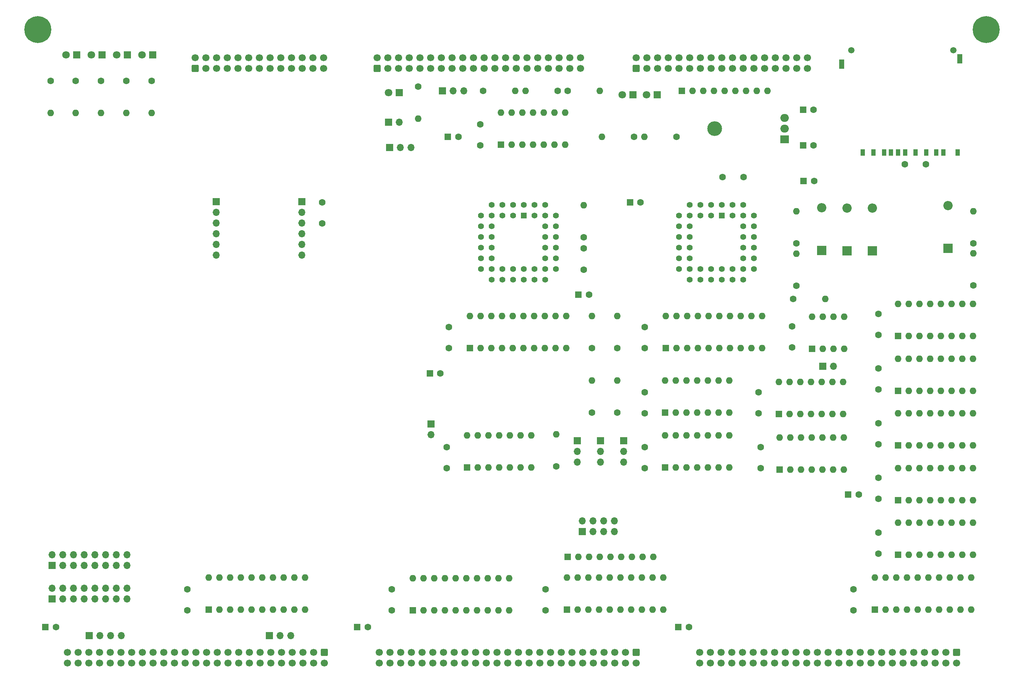
<source format=gbr>
%TF.GenerationSoftware,KiCad,Pcbnew,(6.0.11)*%
%TF.CreationDate,2024-01-14T21:34:06-05:00*%
%TF.ProjectId,input-output.Disk,696e7075-742d-46f7-9574-7075742e4469,rev?*%
%TF.SameCoordinates,Original*%
%TF.FileFunction,Soldermask,Top*%
%TF.FilePolarity,Negative*%
%FSLAX46Y46*%
G04 Gerber Fmt 4.6, Leading zero omitted, Abs format (unit mm)*
G04 Created by KiCad (PCBNEW (6.0.11)) date 2024-01-14 21:34:06*
%MOMM*%
%LPD*%
G01*
G04 APERTURE LIST*
G04 Aperture macros list*
%AMRoundRect*
0 Rectangle with rounded corners*
0 $1 Rounding radius*
0 $2 $3 $4 $5 $6 $7 $8 $9 X,Y pos of 4 corners*
0 Add a 4 corners polygon primitive as box body*
4,1,4,$2,$3,$4,$5,$6,$7,$8,$9,$2,$3,0*
0 Add four circle primitives for the rounded corners*
1,1,$1+$1,$2,$3*
1,1,$1+$1,$4,$5*
1,1,$1+$1,$6,$7*
1,1,$1+$1,$8,$9*
0 Add four rect primitives between the rounded corners*
20,1,$1+$1,$2,$3,$4,$5,0*
20,1,$1+$1,$4,$5,$6,$7,0*
20,1,$1+$1,$6,$7,$8,$9,0*
20,1,$1+$1,$8,$9,$2,$3,0*%
G04 Aperture macros list end*
%ADD10O,2.200000X2.200000*%
%ADD11R,2.200000X2.200000*%
%ADD12C,6.400000*%
%ADD13RoundRect,0.250000X-0.600000X0.600000X-0.600000X-0.600000X0.600000X-0.600000X0.600000X0.600000X0*%
%ADD14C,1.700000*%
%ADD15R,1.600000X1.600000*%
%ADD16O,1.600000X1.600000*%
%ADD17R,1.422400X1.422400*%
%ADD18C,1.422400*%
%ADD19O,3.500000X3.500000*%
%ADD20R,2.000000X1.905000*%
%ADD21O,2.000000X1.905000*%
%ADD22C,1.600000*%
%ADD23R,1.800000X1.800000*%
%ADD24C,1.800000*%
%ADD25C,1.500000*%
%ADD26R,1.000000X1.500000*%
%ADD27R,1.200000X2.200000*%
%ADD28R,1.700000X1.700000*%
%ADD29O,1.700000X1.700000*%
%ADD30RoundRect,0.250000X0.600000X-0.600000X0.600000X0.600000X-0.600000X0.600000X-0.600000X-0.600000X0*%
G04 APERTURE END LIST*
D10*
%TO.C,D10*%
X226000000Y-117340000D03*
D11*
X226000000Y-127500000D03*
%TD*%
%TO.C,D11*%
X232000000Y-127580000D03*
D10*
X232000000Y-117420000D03*
%TD*%
D11*
%TO.C,D9*%
X238000000Y-127580000D03*
D10*
X238000000Y-117420000D03*
%TD*%
D11*
%TO.C,D8*%
X256000000Y-127000000D03*
D10*
X256000000Y-116840000D03*
%TD*%
D12*
%TO.C,H2*%
X265000000Y-75000000D03*
%TD*%
%TO.C,H1*%
X40000000Y-75000000D03*
%TD*%
D13*
%TO.C,P2*%
X182000000Y-223000000D03*
D14*
X182000000Y-225540000D03*
X179460000Y-223000000D03*
X179460000Y-225540000D03*
X176920000Y-223000000D03*
X176920000Y-225540000D03*
X174380000Y-223000000D03*
X174380000Y-225540000D03*
X171840000Y-223000000D03*
X171840000Y-225540000D03*
X169300000Y-223000000D03*
X169300000Y-225540000D03*
X166760000Y-223000000D03*
X166760000Y-225540000D03*
X164220000Y-223000000D03*
X164220000Y-225540000D03*
X161680000Y-223000000D03*
X161680000Y-225540000D03*
X159140000Y-223000000D03*
X159140000Y-225540000D03*
X156600000Y-223000000D03*
X156600000Y-225540000D03*
X154060000Y-223000000D03*
X154060000Y-225540000D03*
X151520000Y-223000000D03*
X151520000Y-225540000D03*
X148980000Y-223000000D03*
X148980000Y-225540000D03*
X146440000Y-223000000D03*
X146440000Y-225540000D03*
X143900000Y-223000000D03*
X143900000Y-225540000D03*
X141360000Y-223000000D03*
X141360000Y-225540000D03*
X138820000Y-223000000D03*
X138820000Y-225540000D03*
X136280000Y-223000000D03*
X136280000Y-225540000D03*
X133740000Y-223000000D03*
X133740000Y-225540000D03*
X131200000Y-223000000D03*
X131200000Y-225540000D03*
X128660000Y-223000000D03*
X128660000Y-225540000D03*
X126120000Y-223000000D03*
X126120000Y-225540000D03*
X123580000Y-223000000D03*
X123580000Y-225540000D03*
X121040000Y-223000000D03*
X121040000Y-225540000D03*
%TD*%
D13*
%TO.C,P3*%
X258000000Y-223000000D03*
D14*
X258000000Y-225540000D03*
X255460000Y-223000000D03*
X255460000Y-225540000D03*
X252920000Y-223000000D03*
X252920000Y-225540000D03*
X250380000Y-223000000D03*
X250380000Y-225540000D03*
X247840000Y-223000000D03*
X247840000Y-225540000D03*
X245300000Y-223000000D03*
X245300000Y-225540000D03*
X242760000Y-223000000D03*
X242760000Y-225540000D03*
X240220000Y-223000000D03*
X240220000Y-225540000D03*
X237680000Y-223000000D03*
X237680000Y-225540000D03*
X235140000Y-223000000D03*
X235140000Y-225540000D03*
X232600000Y-223000000D03*
X232600000Y-225540000D03*
X230060000Y-223000000D03*
X230060000Y-225540000D03*
X227520000Y-223000000D03*
X227520000Y-225540000D03*
X224980000Y-223000000D03*
X224980000Y-225540000D03*
X222440000Y-223000000D03*
X222440000Y-225540000D03*
X219900000Y-223000000D03*
X219900000Y-225540000D03*
X217360000Y-223000000D03*
X217360000Y-225540000D03*
X214820000Y-223000000D03*
X214820000Y-225540000D03*
X212280000Y-223000000D03*
X212280000Y-225540000D03*
X209740000Y-223000000D03*
X209740000Y-225540000D03*
X207200000Y-223000000D03*
X207200000Y-225540000D03*
X204660000Y-223000000D03*
X204660000Y-225540000D03*
X202120000Y-223000000D03*
X202120000Y-225540000D03*
X199580000Y-223000000D03*
X199580000Y-225540000D03*
X197040000Y-223000000D03*
X197040000Y-225540000D03*
%TD*%
D13*
%TO.C,P1*%
X108000000Y-223000000D03*
D14*
X108000000Y-225540000D03*
X105460000Y-223000000D03*
X105460000Y-225540000D03*
X102920000Y-223000000D03*
X102920000Y-225540000D03*
X100380000Y-223000000D03*
X100380000Y-225540000D03*
X97840000Y-223000000D03*
X97840000Y-225540000D03*
X95300000Y-223000000D03*
X95300000Y-225540000D03*
X92760000Y-223000000D03*
X92760000Y-225540000D03*
X90220000Y-223000000D03*
X90220000Y-225540000D03*
X87680000Y-223000000D03*
X87680000Y-225540000D03*
X85140000Y-223000000D03*
X85140000Y-225540000D03*
X82600000Y-223000000D03*
X82600000Y-225540000D03*
X80060000Y-223000000D03*
X80060000Y-225540000D03*
X77520000Y-223000000D03*
X77520000Y-225540000D03*
X74980000Y-223000000D03*
X74980000Y-225540000D03*
X72440000Y-223000000D03*
X72440000Y-225540000D03*
X69900000Y-223000000D03*
X69900000Y-225540000D03*
X67360000Y-223000000D03*
X67360000Y-225540000D03*
X64820000Y-223000000D03*
X64820000Y-225540000D03*
X62280000Y-223000000D03*
X62280000Y-225540000D03*
X59740000Y-223000000D03*
X59740000Y-225540000D03*
X57200000Y-223000000D03*
X57200000Y-225540000D03*
X54660000Y-223000000D03*
X54660000Y-225540000D03*
X52120000Y-223000000D03*
X52120000Y-225540000D03*
X49580000Y-223000000D03*
X49580000Y-225540000D03*
X47040000Y-223000000D03*
X47040000Y-225540000D03*
%TD*%
D15*
%TO.C,RP1*%
X192825000Y-89500000D03*
D16*
X195365000Y-89500000D03*
X197905000Y-89500000D03*
X200445000Y-89500000D03*
X202985000Y-89500000D03*
X205525000Y-89500000D03*
X208065000Y-89500000D03*
X210605000Y-89500000D03*
X213145000Y-89500000D03*
%TD*%
D17*
%TO.C,U8*%
X202270000Y-119150000D03*
D18*
X199730000Y-116610000D03*
X199730000Y-119150000D03*
X197190000Y-116610000D03*
X197190000Y-119150000D03*
X194650000Y-116610000D03*
X192110000Y-119150000D03*
X194650000Y-119150000D03*
X192110000Y-121690000D03*
X194650000Y-121690000D03*
X192110000Y-124230000D03*
X194650000Y-124230000D03*
X192110000Y-126770000D03*
X194650000Y-126770000D03*
X192110000Y-129310000D03*
X194650000Y-129310000D03*
X192110000Y-131850000D03*
X194650000Y-134390000D03*
X194650000Y-131850000D03*
X197190000Y-134390000D03*
X197190000Y-131850000D03*
X199730000Y-134390000D03*
X199730000Y-131850000D03*
X202270000Y-134390000D03*
X202270000Y-131850000D03*
X204810000Y-134390000D03*
X204810000Y-131850000D03*
X207350000Y-134390000D03*
X209890000Y-131850000D03*
X207350000Y-131850000D03*
X209890000Y-129310000D03*
X207350000Y-129310000D03*
X209890000Y-126770000D03*
X207350000Y-126770000D03*
X209890000Y-124230000D03*
X207350000Y-124230000D03*
X209890000Y-121690000D03*
X207350000Y-121690000D03*
X209890000Y-119150000D03*
X207350000Y-116610000D03*
X207350000Y-119150000D03*
X204810000Y-116610000D03*
X204810000Y-119150000D03*
X202270000Y-116610000D03*
%TD*%
D15*
%TO.C,U25*%
X244125000Y-173800000D03*
D16*
X246665000Y-173800000D03*
X249205000Y-173800000D03*
X251745000Y-173800000D03*
X254285000Y-173800000D03*
X256825000Y-173800000D03*
X259365000Y-173800000D03*
X261905000Y-173800000D03*
X261905000Y-166180000D03*
X259365000Y-166180000D03*
X256825000Y-166180000D03*
X254285000Y-166180000D03*
X251745000Y-166180000D03*
X249205000Y-166180000D03*
X246665000Y-166180000D03*
X244125000Y-166180000D03*
%TD*%
D19*
%TO.C,U20*%
X200570000Y-98500000D03*
D20*
X217230000Y-101040000D03*
D21*
X217230000Y-98500000D03*
X217230000Y-95960000D03*
%TD*%
D22*
%TO.C,R6*%
X145690000Y-89500000D03*
D16*
X153310000Y-89500000D03*
%TD*%
D15*
%TO.C,C22*%
X115794900Y-217000000D03*
D22*
X118294900Y-217000000D03*
%TD*%
%TO.C,C10*%
X137500000Y-145690000D03*
X137500000Y-150690000D03*
%TD*%
D23*
%TO.C,D1*%
X49250000Y-80950000D03*
D24*
X46710000Y-80950000D03*
%TD*%
D25*
%TO.C,J12*%
X233050000Y-79850000D03*
X257250000Y-79850000D03*
D26*
X238280000Y-104150000D03*
X240780000Y-104150000D03*
X244080000Y-104150000D03*
X245780000Y-104150000D03*
X248280000Y-104150000D03*
X250780000Y-104150000D03*
X253200000Y-104150000D03*
X254900000Y-104150000D03*
X235780000Y-104150000D03*
X242430000Y-104150000D03*
X258250000Y-104150000D03*
D27*
X230750000Y-83150000D03*
X258750000Y-81950000D03*
%TD*%
D22*
%TO.C,C14*%
X160500000Y-208000000D03*
X160500000Y-213000000D03*
%TD*%
%TO.C,R29*%
X220000000Y-135810000D03*
D16*
X220000000Y-128190000D03*
%TD*%
D23*
%TO.C,D4*%
X55250000Y-80950000D03*
D24*
X52710000Y-80950000D03*
%TD*%
D15*
%TO.C,C20*%
X192000000Y-217000000D03*
D22*
X194500000Y-217000000D03*
%TD*%
D28*
%TO.C,U31*%
X82340000Y-115900000D03*
D29*
X82340000Y-118440000D03*
X82340000Y-120980000D03*
X82340000Y-123520000D03*
X82340000Y-126060000D03*
X82340000Y-128600000D03*
D28*
X102660000Y-115880000D03*
D29*
X102660000Y-118420000D03*
X102660000Y-120960000D03*
X102660000Y-123500000D03*
X102660000Y-126040000D03*
X102660000Y-128580000D03*
%TD*%
D22*
%TO.C,C7*%
X239500000Y-168500000D03*
X239500000Y-173500000D03*
%TD*%
D15*
%TO.C,C27*%
X137294900Y-100500000D03*
D22*
X139794900Y-100500000D03*
%TD*%
D28*
%TO.C,P7*%
X179000000Y-172665000D03*
D29*
X179000000Y-175205000D03*
X179000000Y-177745000D03*
%TD*%
D23*
%TO.C,D2*%
X125750000Y-90000000D03*
D24*
X123210000Y-90000000D03*
%TD*%
D15*
%TO.C,U21*%
X165575000Y-212800000D03*
D16*
X168115000Y-212800000D03*
X170655000Y-212800000D03*
X173195000Y-212800000D03*
X175735000Y-212800000D03*
X178275000Y-212800000D03*
X180815000Y-212800000D03*
X183355000Y-212800000D03*
X185895000Y-212800000D03*
X188435000Y-212800000D03*
X188435000Y-205180000D03*
X185895000Y-205180000D03*
X183355000Y-205180000D03*
X180815000Y-205180000D03*
X178275000Y-205180000D03*
X175735000Y-205180000D03*
X173195000Y-205180000D03*
X170655000Y-205180000D03*
X168115000Y-205180000D03*
X165575000Y-205180000D03*
%TD*%
D22*
%TO.C,R47*%
X163000000Y-178810000D03*
D16*
X163000000Y-171190000D03*
%TD*%
D22*
%TO.C,C18*%
X239500000Y-194500000D03*
X239500000Y-199500000D03*
%TD*%
%TO.C,C9*%
X211500000Y-174190000D03*
X211500000Y-179190000D03*
%TD*%
%TO.C,C15*%
X145000000Y-97500000D03*
X145000000Y-102500000D03*
%TD*%
D23*
%TO.C,D5*%
X61250000Y-80950000D03*
D24*
X58710000Y-80950000D03*
%TD*%
D22*
%TO.C,R9*%
X130250000Y-88500000D03*
D16*
X130250000Y-96120000D03*
%TD*%
D28*
%TO.C,J9*%
X94975000Y-219000000D03*
D29*
X97515000Y-219000000D03*
X100055000Y-219000000D03*
%TD*%
D30*
%TO.C,P6*%
X120500000Y-84197500D03*
D14*
X120500000Y-81657500D03*
X123040000Y-84197500D03*
X123040000Y-81657500D03*
X125580000Y-84197500D03*
X125580000Y-81657500D03*
X128120000Y-84197500D03*
X128120000Y-81657500D03*
X130660000Y-84197500D03*
X130660000Y-81657500D03*
X133200000Y-84197500D03*
X133200000Y-81657500D03*
X135740000Y-84197500D03*
X135740000Y-81657500D03*
X138280000Y-84197500D03*
X138280000Y-81657500D03*
X140820000Y-84197500D03*
X140820000Y-81657500D03*
X143360000Y-84197500D03*
X143360000Y-81657500D03*
X145900000Y-84197500D03*
X145900000Y-81657500D03*
X148440000Y-84197500D03*
X148440000Y-81657500D03*
X150980000Y-84197500D03*
X150980000Y-81657500D03*
X153520000Y-84197500D03*
X153520000Y-81657500D03*
X156060000Y-84197500D03*
X156060000Y-81657500D03*
X158600000Y-84197500D03*
X158600000Y-81657500D03*
X161140000Y-84197500D03*
X161140000Y-81657500D03*
X163680000Y-84197500D03*
X163680000Y-81657500D03*
X166220000Y-84197500D03*
X166220000Y-81657500D03*
X168760000Y-84197500D03*
X168760000Y-81657500D03*
%TD*%
D22*
%TO.C,R1*%
X43000000Y-87190000D03*
D16*
X43000000Y-94810000D03*
%TD*%
D28*
%TO.C,K2*%
X135975000Y-89500000D03*
D29*
X138515000Y-89500000D03*
X141055000Y-89500000D03*
%TD*%
D22*
%TO.C,R11*%
X177500000Y-165990000D03*
D16*
X177500000Y-158370000D03*
%TD*%
D22*
%TO.C,R10*%
X171500000Y-150690000D03*
D16*
X171500000Y-143070000D03*
%TD*%
D15*
%TO.C,U14*%
X238575000Y-212800000D03*
D16*
X241115000Y-212800000D03*
X243655000Y-212800000D03*
X246195000Y-212800000D03*
X248735000Y-212800000D03*
X251275000Y-212800000D03*
X253815000Y-212800000D03*
X256355000Y-212800000D03*
X258895000Y-212800000D03*
X261435000Y-212800000D03*
X261435000Y-205180000D03*
X258895000Y-205180000D03*
X256355000Y-205180000D03*
X253815000Y-205180000D03*
X251275000Y-205180000D03*
X248735000Y-205180000D03*
X246195000Y-205180000D03*
X243655000Y-205180000D03*
X241115000Y-205180000D03*
X238575000Y-205180000D03*
%TD*%
D22*
%TO.C,R15*%
X49000000Y-87190000D03*
D16*
X49000000Y-94810000D03*
%TD*%
D28*
%TO.C,J13*%
X43350000Y-202275000D03*
D29*
X43350000Y-199735000D03*
X45890000Y-202275000D03*
X45890000Y-199735000D03*
X48430000Y-202275000D03*
X48430000Y-199735000D03*
X50970000Y-202275000D03*
X50970000Y-199735000D03*
X53510000Y-202275000D03*
X53510000Y-199735000D03*
X56050000Y-202275000D03*
X56050000Y-199735000D03*
X58590000Y-202275000D03*
X58590000Y-199735000D03*
X61130000Y-202275000D03*
X61130000Y-199735000D03*
%TD*%
D15*
%TO.C,C23*%
X232294900Y-185500000D03*
D22*
X234794900Y-185500000D03*
%TD*%
D15*
%TO.C,U5*%
X149875000Y-102300000D03*
D16*
X152415000Y-102300000D03*
X154955000Y-102300000D03*
X157495000Y-102300000D03*
X160035000Y-102300000D03*
X162575000Y-102300000D03*
X165115000Y-102300000D03*
X165115000Y-94680000D03*
X162575000Y-94680000D03*
X160035000Y-94680000D03*
X157495000Y-94680000D03*
X154955000Y-94680000D03*
X152415000Y-94680000D03*
X149875000Y-94680000D03*
%TD*%
D15*
%TO.C,C21*%
X41794900Y-217000000D03*
D22*
X44294900Y-217000000D03*
%TD*%
%TO.C,C12*%
X124000000Y-208000000D03*
X124000000Y-213000000D03*
%TD*%
D15*
%TO.C,U10*%
X189000000Y-150690000D03*
D16*
X191540000Y-150690000D03*
X194080000Y-150690000D03*
X196620000Y-150690000D03*
X199160000Y-150690000D03*
X201700000Y-150690000D03*
X204240000Y-150690000D03*
X206780000Y-150690000D03*
X209320000Y-150690000D03*
X211860000Y-150690000D03*
X211860000Y-143070000D03*
X209320000Y-143070000D03*
X206780000Y-143070000D03*
X204240000Y-143070000D03*
X201700000Y-143070000D03*
X199160000Y-143070000D03*
X196620000Y-143070000D03*
X194080000Y-143070000D03*
X191540000Y-143070000D03*
X189000000Y-143070000D03*
%TD*%
D30*
%TO.C,P5*%
X77285000Y-84197500D03*
D14*
X77285000Y-81657500D03*
X79825000Y-84197500D03*
X79825000Y-81657500D03*
X82365000Y-84197500D03*
X82365000Y-81657500D03*
X84905000Y-84197500D03*
X84905000Y-81657500D03*
X87445000Y-84197500D03*
X87445000Y-81657500D03*
X89985000Y-84197500D03*
X89985000Y-81657500D03*
X92525000Y-84197500D03*
X92525000Y-81657500D03*
X95065000Y-84197500D03*
X95065000Y-81657500D03*
X97605000Y-84197500D03*
X97605000Y-81657500D03*
X100145000Y-84197500D03*
X100145000Y-81657500D03*
X102685000Y-84197500D03*
X102685000Y-81657500D03*
X105225000Y-84197500D03*
X105225000Y-81657500D03*
X107765000Y-84197500D03*
X107765000Y-81657500D03*
%TD*%
D22*
%TO.C,R32*%
X262000000Y-135750000D03*
D16*
X262000000Y-128130000D03*
%TD*%
D22*
%TO.C,R7*%
X163310000Y-89500000D03*
D16*
X155690000Y-89500000D03*
%TD*%
D22*
%TO.C,C19*%
X169500000Y-132000000D03*
X169500000Y-127000000D03*
%TD*%
D28*
%TO.C,P8*%
X168000000Y-172665000D03*
D29*
X168000000Y-175205000D03*
X168000000Y-177745000D03*
%TD*%
D22*
%TO.C,R16*%
X55000000Y-87190000D03*
D16*
X55000000Y-94810000D03*
%TD*%
D15*
%TO.C,C24*%
X133000000Y-156690000D03*
D22*
X135500000Y-156690000D03*
%TD*%
D28*
%TO.C,P4*%
X52200000Y-219000000D03*
D29*
X54740000Y-219000000D03*
X57280000Y-219000000D03*
X59820000Y-219000000D03*
%TD*%
D22*
%TO.C,C30*%
X239500000Y-142500000D03*
X239500000Y-147500000D03*
%TD*%
D28*
%TO.C,P9*%
X173500000Y-172665000D03*
D29*
X173500000Y-175205000D03*
X173500000Y-177745000D03*
%TD*%
D22*
%TO.C,R42*%
X262000000Y-125750000D03*
D16*
X262000000Y-118130000D03*
%TD*%
D30*
%TO.C,P10*%
X182000000Y-84197500D03*
D14*
X182000000Y-81657500D03*
X184540000Y-84197500D03*
X184540000Y-81657500D03*
X187080000Y-84197500D03*
X187080000Y-81657500D03*
X189620000Y-84197500D03*
X189620000Y-81657500D03*
X192160000Y-84197500D03*
X192160000Y-81657500D03*
X194700000Y-84197500D03*
X194700000Y-81657500D03*
X197240000Y-84197500D03*
X197240000Y-81657500D03*
X199780000Y-84197500D03*
X199780000Y-81657500D03*
X202320000Y-84197500D03*
X202320000Y-81657500D03*
X204860000Y-84197500D03*
X204860000Y-81657500D03*
X207400000Y-84197500D03*
X207400000Y-81657500D03*
X209940000Y-84197500D03*
X209940000Y-81657500D03*
X212480000Y-84197500D03*
X212480000Y-81657500D03*
X215020000Y-84197500D03*
X215020000Y-81657500D03*
X217560000Y-84197500D03*
X217560000Y-81657500D03*
X220100000Y-84197500D03*
X220100000Y-81657500D03*
X222640000Y-84197500D03*
X222640000Y-81657500D03*
%TD*%
D28*
%TO.C,SW1*%
X169200000Y-194275000D03*
D29*
X169200000Y-191735000D03*
X171740000Y-194275000D03*
X171740000Y-191735000D03*
X174280000Y-194275000D03*
X174280000Y-191735000D03*
X176820000Y-194275000D03*
X176820000Y-191735000D03*
%TD*%
D23*
%TO.C,D3*%
X67250000Y-80950000D03*
D24*
X64710000Y-80950000D03*
%TD*%
D22*
%TO.C,R5*%
X169500000Y-124310000D03*
D16*
X169500000Y-116690000D03*
%TD*%
D22*
%TO.C,R30*%
X191560000Y-100500000D03*
D16*
X183940000Y-100500000D03*
%TD*%
D15*
%TO.C,C25*%
X168294900Y-138000000D03*
D22*
X170794900Y-138000000D03*
%TD*%
D15*
%TO.C,U29*%
X244125000Y-147800000D03*
D16*
X246665000Y-147800000D03*
X249205000Y-147800000D03*
X251745000Y-147800000D03*
X254285000Y-147800000D03*
X256825000Y-147800000D03*
X259365000Y-147800000D03*
X261905000Y-147800000D03*
X261905000Y-140180000D03*
X259365000Y-140180000D03*
X256825000Y-140180000D03*
X254285000Y-140180000D03*
X251745000Y-140180000D03*
X249205000Y-140180000D03*
X246665000Y-140180000D03*
X244125000Y-140180000D03*
%TD*%
D22*
%TO.C,C13*%
X202500000Y-110000000D03*
X207500000Y-110000000D03*
%TD*%
D15*
%TO.C,C29*%
X221584700Y-102500000D03*
D22*
X224084700Y-102500000D03*
%TD*%
D15*
%TO.C,U23*%
X216000000Y-179500000D03*
D16*
X218540000Y-179500000D03*
X221080000Y-179500000D03*
X223620000Y-179500000D03*
X226160000Y-179500000D03*
X228700000Y-179500000D03*
X231240000Y-179500000D03*
X231240000Y-171880000D03*
X228700000Y-171880000D03*
X226160000Y-171880000D03*
X223620000Y-171880000D03*
X221080000Y-171880000D03*
X218540000Y-171880000D03*
X216000000Y-171880000D03*
%TD*%
D22*
%TO.C,R48*%
X219190000Y-139000000D03*
D16*
X226810000Y-139000000D03*
%TD*%
D22*
%TO.C,C3*%
X211000000Y-161190000D03*
X211000000Y-166190000D03*
%TD*%
%TO.C,C35*%
X219000000Y-145500000D03*
X219000000Y-150500000D03*
%TD*%
%TO.C,C17*%
X75500000Y-208000000D03*
X75500000Y-213000000D03*
%TD*%
%TO.C,R8*%
X67000000Y-87190000D03*
D16*
X67000000Y-94810000D03*
%TD*%
D15*
%TO.C,C26*%
X180500000Y-116000000D03*
D22*
X183000000Y-116000000D03*
%TD*%
D15*
%TO.C,U13*%
X129000000Y-213000000D03*
D16*
X131540000Y-213000000D03*
X134080000Y-213000000D03*
X136620000Y-213000000D03*
X139160000Y-213000000D03*
X141700000Y-213000000D03*
X144240000Y-213000000D03*
X146780000Y-213000000D03*
X149320000Y-213000000D03*
X151860000Y-213000000D03*
X151860000Y-205380000D03*
X149320000Y-205380000D03*
X146780000Y-205380000D03*
X144240000Y-205380000D03*
X141700000Y-205380000D03*
X139160000Y-205380000D03*
X136620000Y-205380000D03*
X134080000Y-205380000D03*
X131540000Y-205380000D03*
X129000000Y-205380000D03*
%TD*%
D15*
%TO.C,U9*%
X188875000Y-178990000D03*
D16*
X191415000Y-178990000D03*
X193955000Y-178990000D03*
X196495000Y-178990000D03*
X199035000Y-178990000D03*
X201575000Y-178990000D03*
X204115000Y-178990000D03*
X204115000Y-171370000D03*
X201575000Y-171370000D03*
X199035000Y-171370000D03*
X196495000Y-171370000D03*
X193955000Y-171370000D03*
X191415000Y-171370000D03*
X188875000Y-171370000D03*
%TD*%
D15*
%TO.C,U30*%
X223700000Y-150800000D03*
D16*
X226240000Y-150800000D03*
X228780000Y-150800000D03*
X231320000Y-150800000D03*
X231320000Y-143180000D03*
X228780000Y-143180000D03*
X226240000Y-143180000D03*
X223700000Y-143180000D03*
%TD*%
D17*
%TO.C,U6*%
X155270000Y-119150000D03*
D18*
X152730000Y-116610000D03*
X152730000Y-119150000D03*
X150190000Y-116610000D03*
X150190000Y-119150000D03*
X147650000Y-116610000D03*
X145110000Y-119150000D03*
X147650000Y-119150000D03*
X145110000Y-121690000D03*
X147650000Y-121690000D03*
X145110000Y-124230000D03*
X147650000Y-124230000D03*
X145110000Y-126770000D03*
X147650000Y-126770000D03*
X145110000Y-129310000D03*
X147650000Y-129310000D03*
X145110000Y-131850000D03*
X147650000Y-134390000D03*
X147650000Y-131850000D03*
X150190000Y-134390000D03*
X150190000Y-131850000D03*
X152730000Y-134390000D03*
X152730000Y-131850000D03*
X155270000Y-134390000D03*
X155270000Y-131850000D03*
X157810000Y-134390000D03*
X157810000Y-131850000D03*
X160350000Y-134390000D03*
X162890000Y-131850000D03*
X160350000Y-131850000D03*
X162890000Y-129310000D03*
X160350000Y-129310000D03*
X162890000Y-126770000D03*
X160350000Y-126770000D03*
X162890000Y-124230000D03*
X160350000Y-124230000D03*
X162890000Y-121690000D03*
X160350000Y-121690000D03*
X162890000Y-119150000D03*
X160350000Y-116610000D03*
X160350000Y-119150000D03*
X157810000Y-116610000D03*
X157810000Y-119150000D03*
X155270000Y-116610000D03*
%TD*%
D15*
%TO.C,U7*%
X188875000Y-165990000D03*
D16*
X191415000Y-165990000D03*
X193955000Y-165990000D03*
X196495000Y-165990000D03*
X199035000Y-165990000D03*
X201575000Y-165990000D03*
X204115000Y-165990000D03*
X204115000Y-158370000D03*
X201575000Y-158370000D03*
X199035000Y-158370000D03*
X196495000Y-158370000D03*
X193955000Y-158370000D03*
X191415000Y-158370000D03*
X188875000Y-158370000D03*
%TD*%
D22*
%TO.C,C1*%
X239500000Y-181500000D03*
X239500000Y-186500000D03*
%TD*%
D28*
%TO.C,K1*%
X123475000Y-103000000D03*
D29*
X126015000Y-103000000D03*
X128555000Y-103000000D03*
%TD*%
D22*
%TO.C,R4*%
X165690000Y-89500000D03*
D16*
X173310000Y-89500000D03*
%TD*%
D22*
%TO.C,C4*%
X239500000Y-155500000D03*
X239500000Y-160500000D03*
%TD*%
D15*
%TO.C,U28*%
X244125000Y-160800000D03*
D16*
X246665000Y-160800000D03*
X249205000Y-160800000D03*
X251745000Y-160800000D03*
X254285000Y-160800000D03*
X256825000Y-160800000D03*
X259365000Y-160800000D03*
X261905000Y-160800000D03*
X261905000Y-153180000D03*
X259365000Y-153180000D03*
X256825000Y-153180000D03*
X254285000Y-153180000D03*
X251745000Y-153180000D03*
X249205000Y-153180000D03*
X246665000Y-153180000D03*
X244125000Y-153180000D03*
%TD*%
D22*
%TO.C,C2*%
X184000000Y-145690000D03*
X184000000Y-150690000D03*
%TD*%
D15*
%TO.C,U11*%
X142500000Y-150690000D03*
D16*
X145040000Y-150690000D03*
X147580000Y-150690000D03*
X150120000Y-150690000D03*
X152660000Y-150690000D03*
X155200000Y-150690000D03*
X157740000Y-150690000D03*
X160280000Y-150690000D03*
X162820000Y-150690000D03*
X165360000Y-150690000D03*
X165360000Y-143070000D03*
X162820000Y-143070000D03*
X160280000Y-143070000D03*
X157740000Y-143070000D03*
X155200000Y-143070000D03*
X152660000Y-143070000D03*
X150120000Y-143070000D03*
X147580000Y-143070000D03*
X145040000Y-143070000D03*
X142500000Y-143070000D03*
%TD*%
D15*
%TO.C,U15*%
X80575000Y-212800000D03*
D16*
X83115000Y-212800000D03*
X85655000Y-212800000D03*
X88195000Y-212800000D03*
X90735000Y-212800000D03*
X93275000Y-212800000D03*
X95815000Y-212800000D03*
X98355000Y-212800000D03*
X100895000Y-212800000D03*
X103435000Y-212800000D03*
X103435000Y-205180000D03*
X100895000Y-205180000D03*
X98355000Y-205180000D03*
X95815000Y-205180000D03*
X93275000Y-205180000D03*
X90735000Y-205180000D03*
X88195000Y-205180000D03*
X85655000Y-205180000D03*
X83115000Y-205180000D03*
X80575000Y-205180000D03*
%TD*%
D22*
%TO.C,C5*%
X233500000Y-208000000D03*
X233500000Y-213000000D03*
%TD*%
D28*
%TO.C,JP1*%
X123225000Y-97000000D03*
D29*
X125765000Y-97000000D03*
%TD*%
D15*
%TO.C,U26*%
X215875000Y-166300000D03*
D16*
X218415000Y-166300000D03*
X220955000Y-166300000D03*
X223495000Y-166300000D03*
X226035000Y-166300000D03*
X228575000Y-166300000D03*
X231115000Y-166300000D03*
X231115000Y-158680000D03*
X228575000Y-158680000D03*
X226035000Y-158680000D03*
X223495000Y-158680000D03*
X220955000Y-158680000D03*
X218415000Y-158680000D03*
X215875000Y-158680000D03*
%TD*%
D22*
%TO.C,R31*%
X181500000Y-100500000D03*
D16*
X173880000Y-100500000D03*
%TD*%
D22*
%TO.C,R41*%
X220000000Y-125750000D03*
D16*
X220000000Y-118130000D03*
%TD*%
D15*
%TO.C,C33*%
X221714400Y-111000000D03*
D22*
X224214400Y-111000000D03*
%TD*%
%TO.C,R14*%
X61000000Y-87190000D03*
D16*
X61000000Y-94810000D03*
%TD*%
D15*
%TO.C,U27*%
X244125000Y-186800000D03*
D16*
X246665000Y-186800000D03*
X249205000Y-186800000D03*
X251745000Y-186800000D03*
X254285000Y-186800000D03*
X256825000Y-186800000D03*
X259365000Y-186800000D03*
X261905000Y-186800000D03*
X261905000Y-179180000D03*
X259365000Y-179180000D03*
X256825000Y-179180000D03*
X254285000Y-179180000D03*
X251745000Y-179180000D03*
X249205000Y-179180000D03*
X246665000Y-179180000D03*
X244125000Y-179180000D03*
%TD*%
D15*
%TO.C,U24*%
X244125000Y-199800000D03*
D16*
X246665000Y-199800000D03*
X249205000Y-199800000D03*
X251745000Y-199800000D03*
X254285000Y-199800000D03*
X256825000Y-199800000D03*
X259365000Y-199800000D03*
X261905000Y-199800000D03*
X261905000Y-192180000D03*
X259365000Y-192180000D03*
X256825000Y-192180000D03*
X254285000Y-192180000D03*
X251745000Y-192180000D03*
X249205000Y-192180000D03*
X246665000Y-192180000D03*
X244125000Y-192180000D03*
%TD*%
D23*
%TO.C,D7*%
X181250000Y-90442400D03*
D24*
X178710000Y-90442400D03*
%TD*%
D22*
%TO.C,R12*%
X177500000Y-150690000D03*
D16*
X177500000Y-143070000D03*
%TD*%
D22*
%TO.C,C6*%
X137000000Y-174190000D03*
X137000000Y-179190000D03*
%TD*%
D15*
%TO.C,RN1*%
X165750000Y-200305000D03*
D16*
X168290000Y-200305000D03*
X170830000Y-200305000D03*
X173370000Y-200305000D03*
X175910000Y-200305000D03*
X178450000Y-200305000D03*
X180990000Y-200305000D03*
X183530000Y-200305000D03*
X186070000Y-200305000D03*
%TD*%
D28*
%TO.C,J7*%
X43350000Y-210275000D03*
D29*
X43350000Y-207735000D03*
X45890000Y-210275000D03*
X45890000Y-207735000D03*
X48430000Y-210275000D03*
X48430000Y-207735000D03*
X50970000Y-210275000D03*
X50970000Y-207735000D03*
X53510000Y-210275000D03*
X53510000Y-207735000D03*
X56050000Y-210275000D03*
X56050000Y-207735000D03*
X58590000Y-210275000D03*
X58590000Y-207735000D03*
X61130000Y-210275000D03*
X61130000Y-207735000D03*
%TD*%
D15*
%TO.C,C31*%
X221584700Y-94000000D03*
D22*
X224084700Y-94000000D03*
%TD*%
D15*
%TO.C,U3*%
X141875000Y-178990000D03*
D16*
X144415000Y-178990000D03*
X146955000Y-178990000D03*
X149495000Y-178990000D03*
X152035000Y-178990000D03*
X154575000Y-178990000D03*
X157115000Y-178990000D03*
X157115000Y-171370000D03*
X154575000Y-171370000D03*
X152035000Y-171370000D03*
X149495000Y-171370000D03*
X146955000Y-171370000D03*
X144415000Y-171370000D03*
X141875000Y-171370000D03*
%TD*%
D22*
%TO.C,C8*%
X184000000Y-161190000D03*
X184000000Y-166190000D03*
%TD*%
D28*
%TO.C,JP3*%
X226225000Y-155000000D03*
D29*
X228765000Y-155000000D03*
%TD*%
D22*
%TO.C,C32*%
X107500000Y-121000000D03*
X107500000Y-116000000D03*
%TD*%
%TO.C,R13*%
X171500000Y-165990000D03*
D16*
X171500000Y-158370000D03*
%TD*%
D23*
%TO.C,D6*%
X187000000Y-90442400D03*
D24*
X184460000Y-90442400D03*
%TD*%
D22*
%TO.C,C34*%
X245750000Y-107000000D03*
X250750000Y-107000000D03*
%TD*%
D28*
%TO.C,JP2*%
X133250000Y-168665000D03*
D29*
X133250000Y-171205000D03*
%TD*%
D22*
%TO.C,C11*%
X184000000Y-174190000D03*
X184000000Y-179190000D03*
%TD*%
M02*

</source>
